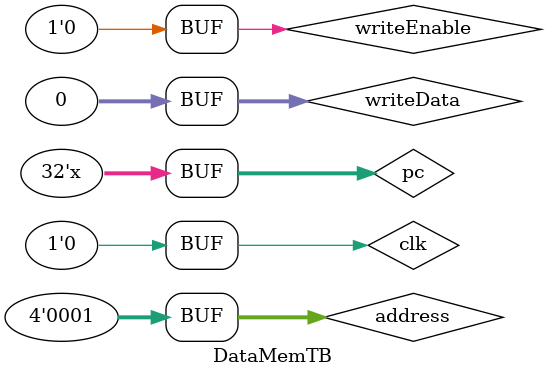
<source format=sv>
module DataMemTB();





logic clk;

logic [3:0] address;
logic writeEnable;
logic [31:0] writeData, outputdata,outdata;
logic [31:0] pc;

InstructionMemory mem1(pc,outdata);
//DataMemory prueba(clk,address,writeEnable,writeData,outputdata);

initial begin 

	clk=0;
	pc = 7'd0;
	writeEnable = 0;
	address = 13'd1;
	writeData = 31'd0;
	
end 


always begin 
	//clk=~clk;#5;
	pc = pc + 4; #5;

end

endmodule



</source>
